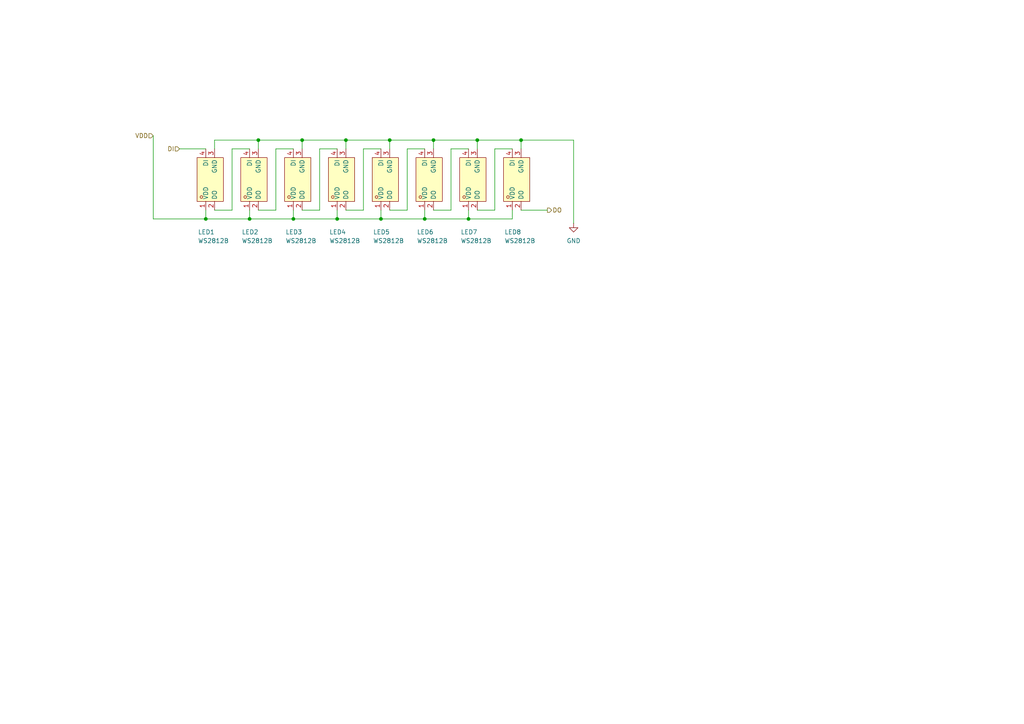
<source format=kicad_sch>
(kicad_sch (version 20231120) (generator "eeschema") (generator_version "8.0")
  (paper "A4")
  (lib_symbols
    (symbol "jlcpcb:XL-5050RGBC-WS2812B-S"
      (property "Reference" "LED" (at 0 6.35 0))
      (property "Value" "XL-5050RGBC-WS2812B-S" (at 0 -6.35 0))
      (symbol "XL-5050RGBC-WS2812B-S_0_1"
        (rectangle (start -6.35 3.81) (end 6.35 -3.81) (fill (type background)))
        (circle (center -5.08 2.54) (radius 0.38))
        (pin unspecified line (at -8.89 1.27 0) (length 2.54) (name "VDD") (number "1"))
        (pin unspecified line (at -8.89 -1.27 0) (length 2.54) (name "DO") (number "2"))
        (pin unspecified line (at 8.89 -1.27 180) (length 2.54) (name "GND") (number "3"))
        (pin unspecified line (at 8.89 1.27 180) (length 2.54) (name "DI") (number "4"))
      )
    )
    (symbol "power:GND" (power) (pin_numbers hide) (pin_names (offset 0) hide)
      (property "Value" "GND" (at 0 -3.81 0))
      (symbol "GND_0_1"
        (polyline (pts (xy 0 0) (xy 0 -1.27) (xy 1.27 -1.27) (xy 0 -2.54) (xy -1.27 -1.27) (xy 0 -1.27)))
      )
      (symbol "GND_1_1"
        (pin power_in line (at 0 0 270) (length 0) (name "~") (number "1"))
      )
    )
  )
  (junction (at 110.49 63.5))
  (junction (at 59.69 63.5))
  (junction (at 72.39 63.5))
  (junction (at 151.13 40.64))
  (junction (at 85.09 63.5))
  (junction (at 138.43 40.64))
  (junction (at 125.73 40.64))
  (junction (at 113.03 40.64))
  (junction (at 135.89 63.5))
  (junction (at 97.79 63.5))
  (junction (at 100.33 40.64))
  (junction (at 123.19 63.5))
  (junction (at 74.93 40.64))
  (junction (at 87.63 40.64))
  (wire (pts (xy 87.63 40.64) (xy 74.93 40.64)))
  (wire (pts (xy 100.33 40.64) (xy 100.33 43.18)))
  (wire (pts (xy 72.39 63.5) (xy 59.69 63.5)))
  (wire (pts (xy 62.23 40.64) (xy 62.23 43.18)))
  (wire (pts (xy 80.01 60.96) (xy 80.01 43.18)))
  (wire (pts (xy 110.49 63.5) (xy 97.79 63.5)))
  (wire (pts (xy 113.03 60.96) (xy 118.11 60.96)))
  (wire (pts (xy 143.51 43.18) (xy 148.59 43.18)))
  (wire (pts (xy 44.45 39.37) (xy 44.45 63.5)))
  (wire (pts (xy 74.93 40.64) (xy 62.23 40.64)))
  (wire (pts (xy 110.49 60.96) (xy 110.49 63.5)))
  (wire (pts (xy 148.59 63.5) (xy 135.89 63.5)))
  (wire (pts (xy 138.43 60.96) (xy 143.51 60.96)))
  (wire (pts (xy 151.13 40.64) (xy 138.43 40.64)))
  (wire (pts (xy 92.71 60.96) (xy 92.71 43.18)))
  (wire (pts (xy 135.89 63.5) (xy 123.19 63.5)))
  (wire (pts (xy 125.73 60.96) (xy 130.81 60.96)))
  (wire (pts (xy 130.81 60.96) (xy 130.81 43.18)))
  (wire (pts (xy 100.33 40.64) (xy 87.63 40.64)))
  (wire (pts (xy 92.71 43.18) (xy 97.79 43.18)))
  (wire (pts (xy 59.69 60.96) (xy 59.69 63.5)))
  (wire (pts (xy 125.73 40.64) (xy 113.03 40.64)))
  (wire (pts (xy 138.43 40.64) (xy 138.43 43.18)))
  (wire (pts (xy 87.63 40.64) (xy 87.63 43.18)))
  (wire (pts (xy 80.01 43.18) (xy 85.09 43.18)))
  (wire (pts (xy 143.51 60.96) (xy 143.51 43.18)))
  (wire (pts (xy 135.89 60.96) (xy 135.89 63.5)))
  (wire (pts (xy 113.03 40.64) (xy 113.03 43.18)))
  (wire (pts (xy 74.93 40.64) (xy 74.93 43.18)))
  (wire (pts (xy 87.63 60.96) (xy 92.71 60.96)))
  (wire (pts (xy 151.13 40.64) (xy 166.37 40.64)))
  (wire (pts (xy 72.39 60.96) (xy 72.39 63.5)))
  (wire (pts (xy 151.13 60.96) (xy 158.75 60.96)))
  (wire (pts (xy 148.59 60.96) (xy 148.59 63.5)))
  (wire (pts (xy 100.33 60.96) (xy 105.41 60.96)))
  (wire (pts (xy 123.19 63.5) (xy 110.49 63.5)))
  (wire (pts (xy 166.37 64.77) (xy 166.37 40.64)))
  (wire (pts (xy 123.19 60.96) (xy 123.19 63.5)))
  (wire (pts (xy 97.79 60.96) (xy 97.79 63.5)))
  (wire (pts (xy 62.23 60.96) (xy 67.31 60.96)))
  (wire (pts (xy 118.11 43.18) (xy 123.19 43.18)))
  (wire (pts (xy 130.81 43.18) (xy 135.89 43.18)))
  (wire (pts (xy 52.07 43.18) (xy 59.69 43.18)))
  (wire (pts (xy 74.93 60.96) (xy 80.01 60.96)))
  (wire (pts (xy 97.79 63.5) (xy 85.09 63.5)))
  (wire (pts (xy 151.13 40.64) (xy 151.13 43.18)))
  (wire (pts (xy 85.09 60.96) (xy 85.09 63.5)))
  (wire (pts (xy 67.31 60.96) (xy 67.31 43.18)))
  (wire (pts (xy 59.69 63.5) (xy 44.45 63.5)))
  (wire (pts (xy 67.31 43.18) (xy 72.39 43.18)))
  (wire (pts (xy 125.73 40.64) (xy 125.73 43.18)))
  (wire (pts (xy 105.41 60.96) (xy 105.41 43.18)))
  (wire (pts (xy 105.41 43.18) (xy 110.49 43.18)))
  (wire (pts (xy 85.09 63.5) (xy 72.39 63.5)))
  (wire (pts (xy 113.03 40.64) (xy 100.33 40.64)))
  (wire (pts (xy 118.11 60.96) (xy 118.11 43.18)))
  (wire (pts (xy 138.43 40.64) (xy 125.73 40.64)))
  (hierarchical_label "VDD" (shape input) (at 44.45 39.37 180))
  (hierarchical_label "DO" (shape output) (at 158.75 60.96 0))
  (hierarchical_label "DI" (shape input) (at 52.07 43.18 180))
  (symbol (lib_id "jlcpcb:XL-5050RGBC-WS2812B-S") (at 124.46 52.07 90) (unit 1)
    (property "Reference" "LED6" (at 120.904 67.31 90) (effects (justify right)))
    (property "Value" "WS2812B" (at 120.904 69.85 90) (effects (justify right)))
    (property "Footprint" "jlcpcb:LED-SMD_4P-L5.0-W5.0-TL-1" (effects (hide yes)))
    (property "Datasheet" "https://wmsc.lcsc.com/wmsc/upload/file/pdf/v2/lcsc/2406131538_XINGLIGHT-XL-5050RGBC-WS2812B-S_C22461793.pdf" (effects (hide yes)))
    (property "LCSC Part" "C22461793" (effects (hide yes)))
  )
  (symbol (lib_id "jlcpcb:XL-5050RGBC-WS2812B-S") (at 149.86 52.07 90) (unit 1)
    (property "Reference" "LED8" (at 146.304 67.31 90) (effects (justify right)))
    (property "Value" "WS2812B" (at 146.304 69.85 90) (effects (justify right)))
    (property "Footprint" "jlcpcb:LED-SMD_4P-L5.0-W5.0-TL-1" (effects (hide yes)))
    (property "Datasheet" "https://wmsc.lcsc.com/wmsc/upload/file/pdf/v2/lcsc/2406131538_XINGLIGHT-XL-5050RGBC-WS2812B-S_C22461793.pdf" (effects (hide yes)))
    (property "LCSC Part" "C22461793" (effects (hide yes)))
  )
  (symbol (lib_id "jlcpcb:XL-5050RGBC-WS2812B-S") (at 86.36 52.07 90) (unit 1)
    (property "Reference" "LED3" (at 82.804 67.31 90) (effects (justify right)))
    (property "Value" "WS2812B" (at 82.804 69.85 90) (effects (justify right)))
    (property "Footprint" "jlcpcb:LED-SMD_4P-L5.0-W5.0-TL-1" (effects (hide yes)))
    (property "Datasheet" "https://wmsc.lcsc.com/wmsc/upload/file/pdf/v2/lcsc/2406131538_XINGLIGHT-XL-5050RGBC-WS2812B-S_C22461793.pdf" (effects (hide yes)))
    (property "LCSC Part" "C22461793" (effects (hide yes)))
  )
  (symbol (lib_id "jlcpcb:XL-5050RGBC-WS2812B-S") (at 60.96 52.07 90) (unit 1)
    (property "Reference" "LED1" (at 57.404 67.31 90) (effects (justify right)))
    (property "Value" "WS2812B" (at 57.404 69.85 90) (effects (justify right)))
    (property "Footprint" "jlcpcb:LED-SMD_4P-L5.0-W5.0-TL-1" (effects (hide yes)))
    (property "Datasheet" "https://wmsc.lcsc.com/wmsc/upload/file/pdf/v2/lcsc/2406131538_XINGLIGHT-XL-5050RGBC-WS2812B-S_C22461793.pdf" (effects (hide yes)))
    (property "LCSC Part" "C22461793" (effects (hide yes)))
  )
  (symbol (lib_id "jlcpcb:XL-5050RGBC-WS2812B-S") (at 99.06 52.07 90) (unit 1)
    (property "Reference" "LED4" (at 95.504 67.31 90) (effects (justify right)))
    (property "Value" "WS2812B" (at 95.504 69.85 90) (effects (justify right)))
    (property "Footprint" "jlcpcb:LED-SMD_4P-L5.0-W5.0-TL-1" (effects (hide yes)))
    (property "Datasheet" "https://wmsc.lcsc.com/wmsc/upload/file/pdf/v2/lcsc/2406131538_XINGLIGHT-XL-5050RGBC-WS2812B-S_C22461793.pdf" (effects (hide yes)))
    (property "LCSC Part" "C22461793" (effects (hide yes)))
  )
  (symbol (lib_id "power:GND") (at 166.37 64.77 0) (unit 1)
    (property "Reference" "#PWR01" (effects (hide yes)))
    (property "Value" "GND" (at 166.37 69.85 0))
    (property "Description" "Power symbol creates a global label with name \"GND\" , ground" (effects (hide yes)))
  )
  (symbol (lib_id "jlcpcb:XL-5050RGBC-WS2812B-S") (at 73.66 52.07 90) (unit 1)
    (property "Reference" "LED2" (at 70.104 67.31 90) (effects (justify right)))
    (property "Value" "WS2812B" (at 70.104 69.85 90) (effects (justify right)))
    (property "Footprint" "jlcpcb:LED-SMD_4P-L5.0-W5.0-TL-1" (effects (hide yes)))
    (property "Datasheet" "https://wmsc.lcsc.com/wmsc/upload/file/pdf/v2/lcsc/2406131538_XINGLIGHT-XL-5050RGBC-WS2812B-S_C22461793.pdf" (effects (hide yes)))
    (property "LCSC Part" "C22461793" (effects (hide yes)))
  )
  (symbol (lib_id "jlcpcb:XL-5050RGBC-WS2812B-S") (at 111.76 52.07 90) (unit 1)
    (property "Reference" "LED5" (at 108.204 67.31 90) (effects (justify right)))
    (property "Value" "WS2812B" (at 108.204 69.85 90) (effects (justify right)))
    (property "Footprint" "jlcpcb:LED-SMD_4P-L5.0-W5.0-TL-1" (effects (hide yes)))
    (property "Datasheet" "https://wmsc.lcsc.com/wmsc/upload/file/pdf/v2/lcsc/2406131538_XINGLIGHT-XL-5050RGBC-WS2812B-S_C22461793.pdf" (effects (hide yes)))
    (property "LCSC Part" "C22461793" (effects (hide yes)))
  )
  (symbol (lib_id "jlcpcb:XL-5050RGBC-WS2812B-S") (at 137.16 52.07 90) (unit 1)
    (property "Reference" "LED7" (at 133.604 67.31 90) (effects (justify right)))
    (property "Value" "WS2812B" (at 133.604 69.85 90) (effects (justify right)))
    (property "Footprint" "jlcpcb:LED-SMD_4P-L5.0-W5.0-TL-1" (effects (hide yes)))
    (property "Datasheet" "https://wmsc.lcsc.com/wmsc/upload/file/pdf/v2/lcsc/2406131538_XINGLIGHT-XL-5050RGBC-WS2812B-S_C22461793.pdf" (effects (hide yes)))
    (property "LCSC Part" "C22461793" (effects (hide yes)))
  )
)
</source>
